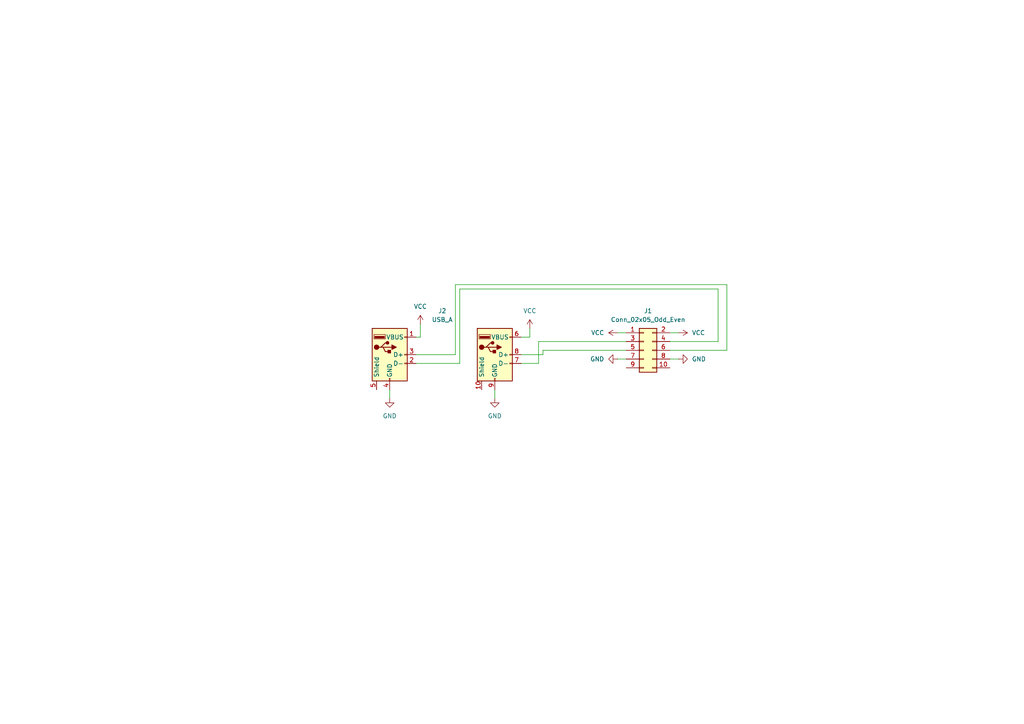
<source format=kicad_sch>
(kicad_sch (version 20231120) (generator "eeschema") (generator_version "8.0")
  (paper "A4")
  (lib_symbols
    (symbol "Connector_Generic:Conn_02x05_Odd_Even" (pin_names (offset 1.016) hide)
      (property "Reference" "J" (at 1.27 7.62 0))
      (property "Value" "Conn_02x05_Odd_Even" (at 1.27 -7.62 0))
      (symbol "Conn_02x05_Odd_Even_1_1"
        (rectangle (start -1.27 -4.953) (end 0 -5.207) (stroke (width 0.1524)))
        (rectangle (start -1.27 -2.413) (end 0 -2.667) (stroke (width 0.1524)))
        (rectangle (start -1.27 0.127) (end 0 -0.127) (stroke (width 0.1524)))
        (rectangle (start -1.27 2.667) (end 0 2.413) (stroke (width 0.1524)))
        (rectangle (start -1.27 5.207) (end 0 4.953) (stroke (width 0.1524)))
        (rectangle (start -1.27 6.35) (end 3.81 -6.35) (stroke (width 0.254)) (fill (type background)))
        (rectangle (start 3.81 -4.953) (end 2.54 -5.207) (stroke (width 0.1524)))
        (rectangle (start 3.81 -2.413) (end 2.54 -2.667) (stroke (width 0.1524)))
        (rectangle (start 3.81 0.127) (end 2.54 -0.127) (stroke (width 0.1524)))
        (rectangle (start 3.81 2.667) (end 2.54 2.413) (stroke (width 0.1524)))
        (rectangle (start 3.81 5.207) (end 2.54 4.953) (stroke (width 0.1524)))
        (pin passive line (at -5.08 5.08 0) (length 3.81) (name "Pin_1") (number "1"))
        (pin passive line (at 7.62 -5.08 180) (length 3.81) (name "Pin_10") (number "10"))
        (pin passive line (at 7.62 5.08 180) (length 3.81) (name "Pin_2") (number "2"))
        (pin passive line (at -5.08 2.54 0) (length 3.81) (name "Pin_3") (number "3"))
        (pin passive line (at 7.62 2.54 180) (length 3.81) (name "Pin_4") (number "4"))
        (pin passive line (at -5.08 0 0) (length 3.81) (name "Pin_5") (number "5"))
        (pin passive line (at 7.62 0 180) (length 3.81) (name "Pin_6") (number "6"))
        (pin passive line (at -5.08 -2.54 0) (length 3.81) (name "Pin_7") (number "7"))
        (pin passive line (at 7.62 -2.54 180) (length 3.81) (name "Pin_8") (number "8"))
        (pin passive line (at -5.08 -5.08 0) (length 3.81) (name "Pin_9") (number "9"))
      )
    )
    (symbol "power:GND" (power) (pin_numbers hide) (pin_names (offset 0) hide)
      (property "Value" "GND" (at 0 -3.81 0))
      (symbol "GND_0_1"
        (polyline (pts (xy 0 0) (xy 0 -1.27) (xy 1.27 -1.27) (xy 0 -2.54) (xy -1.27 -1.27) (xy 0 -1.27)))
      )
      (symbol "GND_1_1"
        (pin power_in line (at 0 0 270) (length 0) (name "~") (number "1"))
      )
    )
    (symbol "power:VCC" (power) (pin_numbers hide) (pin_names (offset 0) hide)
      (property "Value" "VCC" (at 0 3.556 0))
      (symbol "VCC_0_1"
        (polyline (pts (xy -0.762 1.27) (xy 0 2.54)))
        (polyline (pts (xy 0 0) (xy 0 2.54)))
        (polyline (pts (xy 0 2.54) (xy 0.762 1.27)))
      )
      (symbol "VCC_1_1"
        (pin power_in line (at 0 0 90) (length 0) (name "~") (number "1"))
      )
    )
    (symbol "usbConnector:USB_A" (pin_names (offset 1.016))
      (property "Reference" "J" (at -5.08 11.43 0))
      (property "Value" "USB_A" (at -5.08 8.89 0))
      (symbol "USB_A_0_1"
        (rectangle (start -5.08 -7.62) (end 5.08 7.62) (stroke (width 0.254)) (fill (type background)))
        (circle (center -3.81 2.159) (radius 0.635) (stroke (width 0.254)) (fill (type outline)))
        (rectangle (start -1.524 4.826) (end -4.318 5.334) (fill (type outline)))
        (rectangle (start -1.27 4.572) (end -4.572 5.842))
        (circle (center -0.635 3.429) (radius 0.381) (stroke (width 0.254)) (fill (type outline)))
        (rectangle (start -0.127 -7.62) (end 0.127 -6.858))
        (polyline (pts (xy -3.175 2.159) (xy -2.54 2.159) (xy -1.27 3.429) (xy -0.635 3.429)) (stroke (width 0.254)))
        (polyline (pts (xy -2.54 2.159) (xy -1.905 2.159) (xy -1.27 0.889) (xy 0 0.889)) (stroke (width 0.254)))
        (polyline (pts (xy 0.635 2.794) (xy 0.635 1.524) (xy 1.905 2.159) (xy 0.635 2.794)) (stroke (width 0.254)) (fill (type outline)))
        (polyline (pts (xy 27.305 2.159) (xy 27.94 2.159) (xy 29.21 3.429) (xy 29.845 3.429)) (stroke (width 0.254)))
        (polyline (pts (xy 27.94 2.159) (xy 28.575 2.159) (xy 29.21 0.889) (xy 30.48 0.889)) (stroke (width 0.254)))
        (polyline (pts (xy 31.115 2.794) (xy 31.115 1.524) (xy 32.385 2.159) (xy 31.115 2.794)) (stroke (width 0.254)) (fill (type outline)))
        (rectangle (start 0.254 1.27) (end -0.508 0.508) (stroke (width 0.254)) (fill (type outline)))
        (rectangle (start 5.08 -2.667) (end 4.318 -2.413))
        (rectangle (start 5.08 -0.127) (end 4.318 0.127))
        (rectangle (start 5.08 4.953) (end 4.318 5.207))
        (rectangle (start 25.4 -7.62) (end 35.56 7.62) (stroke (width 0.254)) (fill (type background)))
        (circle (center 26.67 2.159) (radius 0.635) (stroke (width 0.254)) (fill (type outline)))
        (rectangle (start 28.956 4.826) (end 26.162 5.334) (fill (type outline)))
        (rectangle (start 29.21 4.572) (end 25.908 5.842))
        (circle (center 29.845 3.429) (radius 0.381) (stroke (width 0.254)) (fill (type outline)))
        (rectangle (start 30.353 -7.62) (end 30.607 -6.858))
        (rectangle (start 30.734 1.27) (end 29.972 0.508) (stroke (width 0.254)) (fill (type outline)))
        (rectangle (start 35.56 -2.667) (end 34.798 -2.413))
        (rectangle (start 35.56 -0.127) (end 34.798 0.127))
        (rectangle (start 35.56 4.953) (end 34.798 5.207))
      )
      (symbol "USB_A_1_1"
        (polyline (pts (xy -1.905 2.159) (xy 0.635 2.159)) (stroke (width 0.254)))
        (polyline (pts (xy 28.575 2.159) (xy 31.115 2.159)) (stroke (width 0.254)))
        (pin power_in line (at 7.62 5.08 180) (length 2.54) (name "VBUS") (number "1"))
        (pin passive line (at 26.67 -10.16 90) (length 2.54) (name "Shield") (number "10"))
        (pin bidirectional line (at 7.62 -2.54 180) (length 2.54) (name "D-") (number "2"))
        (pin bidirectional line (at 7.62 0 180) (length 2.54) (name "D+") (number "3"))
        (pin power_in line (at 0 -10.16 90) (length 2.54) (name "GND") (number "4"))
        (pin passive line (at -3.81 -10.16 90) (length 2.54) (name "Shield") (number "5"))
        (pin power_in line (at 38.1 5.08 180) (length 2.54) (name "VBUS") (number "6"))
        (pin bidirectional line (at 38.1 -2.54 180) (length 2.54) (name "D-") (number "7"))
        (pin bidirectional line (at 38.1 0 180) (length 2.54) (name "D+") (number "8"))
        (pin power_in line (at 30.48 -10.16 90) (length 2.54) (name "GND") (number "9"))
      )
    )
  )
  (wire (pts (xy 151.13 102.87) (xy 157.48 102.87)))
  (wire (pts (xy 156.21 105.41) (xy 151.13 105.41)))
  (wire (pts (xy 194.31 101.6) (xy 210.82 101.6)))
  (wire (pts (xy 133.35 105.41) (xy 120.65 105.41)))
  (wire (pts (xy 151.13 97.79) (xy 153.67 97.79)))
  (wire (pts (xy 132.08 102.87) (xy 132.08 82.55)))
  (wire (pts (xy 133.35 83.82) (xy 133.35 105.41)))
  (wire (pts (xy 113.03 113.03) (xy 113.03 115.57)))
  (wire (pts (xy 157.48 101.6) (xy 181.61 101.6)))
  (wire (pts (xy 181.61 99.06) (xy 156.21 99.06)))
  (wire (pts (xy 143.51 113.03) (xy 143.51 115.57)))
  (wire (pts (xy 157.48 102.87) (xy 157.48 101.6)))
  (wire (pts (xy 121.92 97.79) (xy 121.92 93.98)))
  (wire (pts (xy 179.07 104.14) (xy 181.61 104.14)))
  (wire (pts (xy 179.07 96.52) (xy 181.61 96.52)))
  (wire (pts (xy 153.67 97.79) (xy 153.67 95.25)))
  (wire (pts (xy 156.21 99.06) (xy 156.21 105.41)))
  (wire (pts (xy 208.28 83.82) (xy 208.28 99.06)))
  (wire (pts (xy 208.28 83.82) (xy 133.35 83.82)))
  (wire (pts (xy 208.28 99.06) (xy 194.31 99.06)))
  (wire (pts (xy 210.82 82.55) (xy 210.82 101.6)))
  (wire (pts (xy 194.31 96.52) (xy 196.85 96.52)))
  (wire (pts (xy 194.31 104.14) (xy 196.85 104.14)))
  (wire (pts (xy 120.65 102.87) (xy 132.08 102.87)))
  (wire (pts (xy 120.65 97.79) (xy 121.92 97.79)))
  (wire (pts (xy 132.08 82.55) (xy 210.82 82.55)))
  (symbol (lib_id "power:VCC") (at 196.85 96.52 270) (unit 1)
    (property "Reference" "#PWR03" (effects (hide yes)))
    (property "Value" "VCC" (at 200.66 96.5199 90) (effects (justify left)))
    (property "Description" "Power symbol creates a global label with name \"VCC\"" (effects (hide yes)))
  )
  (symbol (lib_id "Connector_Generic:Conn_02x05_Odd_Even") (at 186.69 101.6 0) (unit 1)
    (property "Reference" "J1" (at 187.96 90.17 0))
    (property "Value" "Conn_02x05_Odd_Even" (at 187.96 92.71 0))
    (property "Footprint" "Connector_PinHeader_2.54mm:PinHeader_2x05_P2.54mm_Vertical" (effects (hide yes)))
    (property "Description" "Generic connector, double row, 02x05, odd/even pin numbering scheme (row 1 odd numbers, row 2 even numbers), script generated (kicad-library-utils/schlib/autogen/connector/)" (effects (hide yes)))
  )
  (symbol (lib_id "power:VCC") (at 153.67 95.25 0) (unit 1)
    (property "Reference" "#PWR02" (effects (hide yes)))
    (property "Value" "VCC" (at 153.67 90.17 0))
    (property "Description" "Power symbol creates a global label with name \"VCC\"" (effects (hide yes)))
  )
  (symbol (lib_id "power:GND") (at 196.85 104.14 90) (unit 1)
    (property "Reference" "#PWR08" (effects (hide yes)))
    (property "Value" "GND" (at 200.66 104.1399 90) (effects (justify right)))
    (property "Description" "Power symbol creates a global label with name \"GND\" , ground" (effects (hide yes)))
  )
  (symbol (lib_id "power:VCC") (at 121.92 93.98 0) (unit 1)
    (property "Reference" "#PWR01" (effects (hide yes)))
    (property "Value" "VCC" (at 121.92 88.9 0))
    (property "Description" "Power symbol creates a global label with name \"VCC\"" (effects (hide yes)))
  )
  (symbol (lib_id "power:VCC") (at 179.07 96.52 90) (unit 1)
    (property "Reference" "#PWR04" (effects (hide yes)))
    (property "Value" "VCC" (at 175.26 96.5199 90) (effects (justify left)))
    (property "Description" "Power symbol creates a global label with name \"VCC\"" (effects (hide yes)))
  )
  (symbol (lib_id "power:GND") (at 113.03 115.57 0) (unit 1)
    (property "Reference" "#PWR06" (effects (hide yes)))
    (property "Value" "GND" (at 113.03 120.65 0))
    (property "Description" "Power symbol creates a global label with name \"GND\" , ground" (effects (hide yes)))
  )
  (symbol (lib_id "power:GND") (at 143.51 115.57 0) (unit 1)
    (property "Reference" "#PWR05" (effects (hide yes)))
    (property "Value" "GND" (at 143.51 120.65 0))
    (property "Description" "Power symbol creates a global label with name \"GND\" , ground" (effects (hide yes)))
  )
  (symbol (lib_id "usbConnector:USB_A") (at 113.03 102.87 0) (unit 1)
    (property "Reference" "J2" (at 128.27 90.17 0))
    (property "Value" "USB_A" (at 128.27 92.71 0))
    (property "Datasheet" " ~" (effects (hide yes)))
    (property "Description" "USB Type A connector" (effects (hide yes)))
  )
  (symbol (lib_id "power:GND") (at 179.07 104.14 270) (unit 1)
    (property "Reference" "#PWR07" (effects (hide yes)))
    (property "Value" "GND" (at 175.26 104.1399 90) (effects (justify right)))
    (property "Description" "Power symbol creates a global label with name \"GND\" , ground" (effects (hide yes)))
  )
)
</source>
